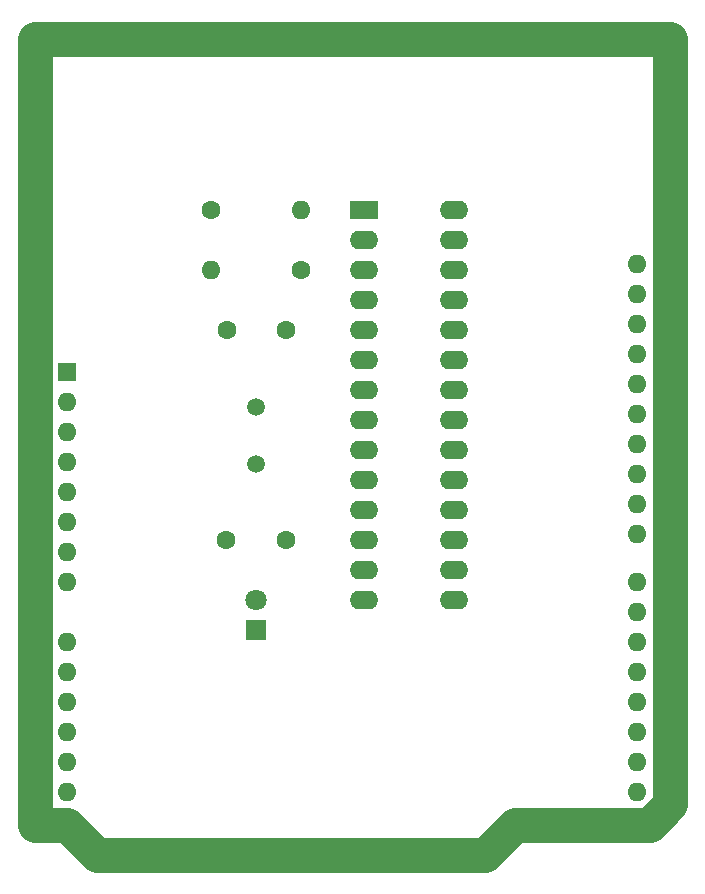
<source format=gbr>
%TF.GenerationSoftware,KiCad,Pcbnew,7.0.7*%
%TF.CreationDate,2024-09-24T12:43:06+02:00*%
%TF.ProjectId,ATMEGA Programmer,41544d45-4741-4205-9072-6f6772616d6d,rev?*%
%TF.SameCoordinates,Original*%
%TF.FileFunction,Soldermask,Bot*%
%TF.FilePolarity,Negative*%
%FSLAX46Y46*%
G04 Gerber Fmt 4.6, Leading zero omitted, Abs format (unit mm)*
G04 Created by KiCad (PCBNEW 7.0.7) date 2024-09-24 12:43:06*
%MOMM*%
%LPD*%
G01*
G04 APERTURE LIST*
%ADD10C,3.000000*%
%ADD11R,2.400000X1.600000*%
%ADD12O,2.400000X1.600000*%
%ADD13C,1.600000*%
%ADD14O,1.600000X1.600000*%
%ADD15R,1.800000X1.800000*%
%ADD16C,1.800000*%
%ADD17C,1.500000*%
%ADD18R,1.600000X1.600000*%
G04 APERTURE END LIST*
D10*
%TO.C,A1*%
X136520000Y-55940000D02*
X127120000Y-55940000D01*
X177790000Y-55950000D02*
X168270000Y-55950000D01*
X177790000Y-55950000D02*
X177790000Y-120720000D01*
X168270000Y-55950000D02*
X156330000Y-55950000D01*
X156330000Y-55950000D02*
X136520000Y-55950000D01*
X127120000Y-55950000D02*
X123950000Y-55950000D01*
X177790000Y-120720000D02*
X176020000Y-122490000D01*
X176020000Y-122490000D02*
X164590000Y-122490000D01*
X164590000Y-122490000D02*
X162050000Y-125030000D01*
X126740000Y-122490000D02*
X123950000Y-122490000D01*
X123950000Y-122490000D02*
X123950000Y-55950000D01*
X162050000Y-125030000D02*
X129280000Y-125030000D01*
X129280000Y-125030000D02*
X126740000Y-122490000D01*
%TD*%
D11*
%TO.C,J1*%
X151845999Y-70459000D03*
D12*
X151845999Y-72999000D03*
X151845999Y-75539000D03*
X151845999Y-78079000D03*
X151845999Y-80619000D03*
X151845999Y-83159000D03*
X151845999Y-85699000D03*
X151845999Y-88239000D03*
X151845999Y-90779000D03*
X151845999Y-93319000D03*
X151845999Y-95859000D03*
X151845999Y-98399000D03*
X151845999Y-100939000D03*
X151845999Y-103479000D03*
X159465999Y-103479000D03*
X159465999Y-100939000D03*
X159465999Y-98399000D03*
X159465999Y-95859000D03*
X159465999Y-93319000D03*
X159465999Y-90779000D03*
X159465999Y-88239000D03*
X159465999Y-85699000D03*
X159465999Y-83159000D03*
X159465999Y-80619000D03*
X159465999Y-78079000D03*
X159465999Y-75539000D03*
X159465999Y-72999000D03*
X159465999Y-70459000D03*
%TD*%
D13*
%TO.C,R2*%
X138932000Y-70459002D03*
D14*
X146552000Y-70459002D03*
%TD*%
D13*
%TO.C,C1*%
X140242000Y-80619001D03*
X145242000Y-80619001D03*
%TD*%
%TO.C,R1*%
X146551998Y-75538999D03*
D14*
X138931998Y-75538999D03*
%TD*%
D15*
%TO.C,D1*%
X142742000Y-106019000D03*
D16*
X142742000Y-103479000D03*
%TD*%
D17*
%TO.C,Y1*%
X142742000Y-91959000D03*
X142742000Y-87079000D03*
%TD*%
D13*
%TO.C,C2*%
X140201999Y-98399000D03*
X145201999Y-98399000D03*
%TD*%
D18*
%TO.C,A1*%
X126740000Y-84140000D03*
D14*
X126740000Y-86680000D03*
X126740000Y-89220000D03*
X126740000Y-91760000D03*
X126740000Y-94300000D03*
X126740000Y-96840000D03*
X126740000Y-99380000D03*
X126740000Y-101920000D03*
X126740000Y-107000000D03*
X126740000Y-109540000D03*
X126740000Y-112080000D03*
X126740000Y-114620000D03*
X126740000Y-117160000D03*
X126740000Y-119700000D03*
X175000000Y-119700000D03*
X175000000Y-117160000D03*
X175000000Y-114620000D03*
X175000000Y-112080000D03*
X175000000Y-109540000D03*
X175000000Y-107000000D03*
X175000000Y-104460000D03*
X175000000Y-101920000D03*
X175000000Y-97860000D03*
X175000000Y-95320000D03*
X175000000Y-92780000D03*
X175000000Y-90240000D03*
X175000000Y-87700000D03*
X175000000Y-85160000D03*
X175000000Y-82620000D03*
X175000000Y-80080000D03*
X175000000Y-77540000D03*
X175000000Y-75000000D03*
%TD*%
M02*

</source>
